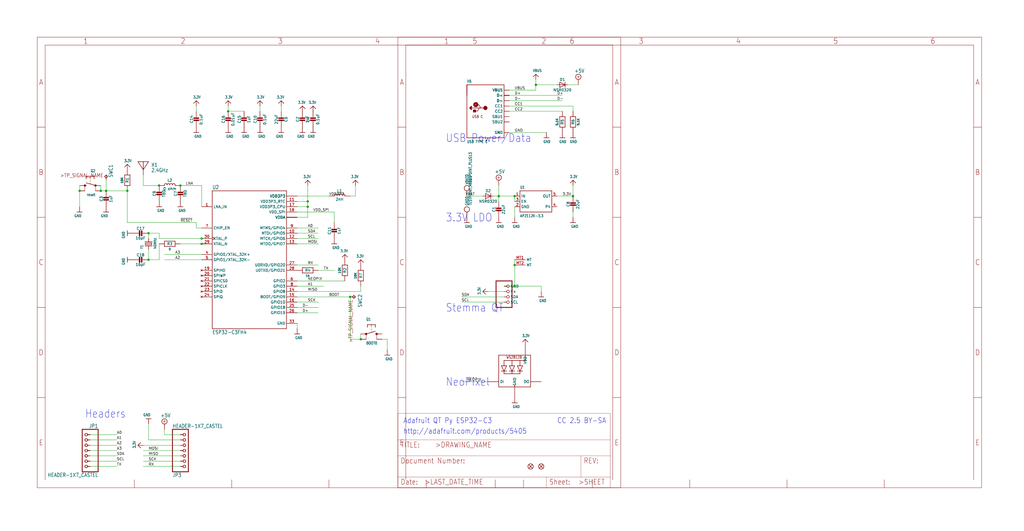
<source format=kicad_sch>
(kicad_sch (version 20211123) (generator eeschema)
  (paper "User" 490.22 254.406)
  (lib_symbols
    (symbol "eagleSchem-eagle-import:+5V" (power)
      (property "Value" "+5V" (at -1.905 3.175 0))
      (symbol "+5V_1_0"
        (pin power_in line (at 0 -2.54 90) (length 2.54) (name "+5V") (number "1"))
      )
    )
    (symbol "eagleSchem-eagle-import:3.3V" (power)
      (property "Value" "3.3V" (at -1.524 1.016 0))
      (symbol "3.3V_1_0"
        (pin power_in line (at 0 -2.54 90) (length 2.54) (name "3.3V") (number "1"))
      )
    )
    (symbol "eagleSchem-eagle-import:ANTENNA_JOHANSON_2450AT18B100"
      (property "Reference" "X" (at 3.81 1.27 0))
      (property "Value" "ANTENNA_JOHANSON_2450AT18B100" (at 3.81 -1.27 0))
      (symbol "ANTENNA_JOHANSON_2450AT18B100_1_0"
        (pin passive line (at 0 -2.54 90) (length 2.54) (name "P$1") (number "FP"))
      )
    )
    (symbol "eagleSchem-eagle-import:CAP_CERAMIC0805-NOOUTLINE"
      (property "Reference" "C" (at -2.29 1.25 90))
      (property "Value" "CAP_CERAMIC0805-NOOUTLINE" (at 2.3 1.25 90))
      (symbol "CAP_CERAMIC0805-NOOUTLINE_1_0"
        (pin passive line (at 0 5.08 270) (length 2.54) (name "1") (number "1"))
        (pin passive line (at 0 -2.54 90) (length 2.54) (name "2") (number "2"))
      )
    )
    (symbol "eagleSchem-eagle-import:CAP_CERAMIC_0402NO"
      (property "Reference" "C" (at -2.29 1.25 90))
      (property "Value" "CAP_CERAMIC_0402NO" (at 2.3 1.25 90))
      (symbol "CAP_CERAMIC_0402NO_1_0"
        (pin passive line (at 0 5.08 270) (length 2.54) (name "1") (number "1"))
        (pin passive line (at 0 -2.54 90) (length 2.54) (name "2") (number "2"))
      )
    )
    (symbol "eagleSchem-eagle-import:CRYSTAL_2X1.6MM"
      (property "Reference" "Y" (at -2.54 2.54 0))
      (property "Value" "CRYSTAL_2X1.6MM" (at -2.54 -3.81 0))
      (symbol "CRYSTAL_2X1.6MM_1_0"
        (pin passive line (at -2.54 0 0) (length 0) (name "1") (number "1"))
        (pin passive line (at 2.54 0 180) (length 0) (name "2") (number "3"))
      )
    )
    (symbol "eagleSchem-eagle-import:DIODE_SOD323MINI"
      (property "Reference" "D" (at 0 2.54 0))
      (property "Value" "DIODE_SOD323MINI" (at 0 -2.5 0))
      (symbol "DIODE_SOD323MINI_1_0"
        (pin passive line (at -2.54 0 0) (length 2.54) (name "A") (number "A"))
        (pin passive line (at 2.54 0 180) (length 2.54) (name "C") (number "C"))
      )
    )
    (symbol "eagleSchem-eagle-import:ESP32-C3FH4"
      (property "Reference" "U" (at -17.78 33.782 0))
      (property "Value" "ESP32-C3FH4" (at -17.78 -33.782 0))
      (symbol "ESP32-C3FH4_1_0"
        (pin bidirectional line (at -22.86 25.4 0) (length 5.08) (name "LNA_IN") (number "1"))
        (pin bidirectional line (at 22.86 12.7 180) (length 5.08) (name "MTDI/GPIO5") (number "10"))
        (pin power_in line (at 22.86 27.94 180) (length 5.08) (name "VDD3P3_RTC") (number "11"))
        (pin bidirectional line (at 22.86 10.16 180) (length 5.08) (name "MTCK/GPIO6") (number "12"))
        (pin bidirectional line (at 22.86 7.62 180) (length 5.08) (name "MTDO/GPIO7") (number "13"))
        (pin bidirectional line (at 22.86 -15.24 180) (length 5.08) (name "GPIO8") (number "14"))
        (pin bidirectional line (at 22.86 -17.78 180) (length 5.08) (name "BOOT/GPIO9") (number "15"))
        (pin bidirectional line (at 22.86 -20.32 180) (length 5.08) (name "GPIO10") (number "16"))
        (pin power_in line (at 22.86 25.4 180) (length 5.08) (name "VDD3P3_CPU") (number "17"))
        (pin power_in line (at 22.86 22.86 180) (length 5.08) (name "VDD_SPI") (number "18"))
        (pin no_connect line (at -22.86 -5.08 0) (length 5.08) (name "SPIHD") (number "19"))
        (pin power_in line (at 22.86 30.48 180) (length 5.08) (name "VDD3P3") (number "2"))
        (pin no_connect line (at -22.86 -7.62 0) (length 5.08) (name "SPIWP") (number "20"))
        (pin no_connect line (at -22.86 -10.16 0) (length 5.08) (name "SPICS0") (number "21"))
        (pin no_connect line (at -22.86 -12.7 0) (length 5.08) (name "SPICLK") (number "22"))
        (pin no_connect line (at -22.86 -15.24 0) (length 5.08) (name "SPID") (number "23"))
        (pin no_connect line (at -22.86 -17.78 0) (length 5.08) (name "SPIQ") (number "24"))
        (pin bidirectional line (at 22.86 -22.86 180) (length 5.08) (name "GPIO18") (number "25"))
        (pin bidirectional line (at 22.86 -25.4 180) (length 5.08) (name "GPIO19") (number "26"))
        (pin bidirectional line (at 22.86 -2.54 180) (length 5.08) (name "U0RXD/GPIO20") (number "27"))
        (pin bidirectional line (at 22.86 -5.08 180) (length 5.08) (name "U0TXD/GPIO21") (number "28"))
        (pin output line (at -22.86 7.62 0) (length 5.08) (name "XTAL_N") (number "29"))
        (pin power_in line (at 22.86 30.48 180) (length 5.08) (name "VDD3P3") (number "3"))
        (pin input clock (at -22.86 10.16 0) (length 5.08) (name "XTAL_P") (number "30"))
        (pin power_in line (at 22.86 20.32 180) (length 5.08) (name "VDDA") (number "31"))
        (pin power_in line (at 22.86 20.32 180) (length 5.08) (name "VDDA") (number "32"))
        (pin power_in line (at 22.86 -30.48 180) (length 5.08) (name "GND") (number "33"))
        (pin bidirectional line (at -22.86 2.54 0) (length 5.08) (name "GPIO0/XTAL_32K+") (number "4"))
        (pin bidirectional line (at -22.86 0 0) (length 5.08) (name "GPIO1/XTAL_32K-") (number "5"))
        (pin bidirectional line (at 22.86 -10.16 180) (length 5.08) (name "GPIO2") (number "6"))
        (pin input line (at -22.86 15.24 0) (length 5.08) (name "CHIP_EN") (number "7"))
        (pin bidirectional line (at 22.86 -12.7 180) (length 5.08) (name "GPIO3") (number "8"))
        (pin bidirectional line (at 22.86 15.24 180) (length 5.08) (name "MTMS/GPIO4") (number "9"))
      )
    )
    (symbol "eagleSchem-eagle-import:FIDUCIAL_1MM")
    (symbol "eagleSchem-eagle-import:FRAME_A_L"
      (symbol "FRAME_A_L_0_0"
        (text "1" (at 23.2833 213.995 0) (effects (font (size 2.54 2.286))))
        (text "2" (at 69.85 213.995 0) (effects (font (size 2.54 2.286))))
        (text "3" (at 116.4167 213.995 0) (effects (font (size 2.54 2.286))))
        (text "4" (at 162.9833 213.995 0) (effects (font (size 2.54 2.286))))
        (text "5" (at 209.55 213.995 0) (effects (font (size 2.54 2.286))))
        (text "6" (at 256.1167 213.995 0) (effects (font (size 2.54 2.286))))
        (text "A" (at 1.905 194.31 0) (effects (font (size 2.54 2.286))))
        (text "A" (at 277.495 194.31 0) (effects (font (size 2.54 2.286))))
        (text "B" (at 1.905 151.13 0) (effects (font (size 2.54 2.286))))
        (text "B" (at 277.495 151.13 0) (effects (font (size 2.54 2.286))))
        (text "C" (at 1.905 107.95 0) (effects (font (size 2.54 2.286))))
        (text "C" (at 277.495 107.95 0) (effects (font (size 2.54 2.286))))
        (text "D" (at 1.905 64.77 0) (effects (font (size 2.54 2.286))))
        (text "D" (at 277.495 64.77 0) (effects (font (size 2.54 2.286))))
        (text "E" (at 1.905 21.59 0) (effects (font (size 2.54 2.286))))
        (text "E" (at 277.495 21.59 0) (effects (font (size 2.54 2.286))))
      )
      (symbol "FRAME_A_L_2_0"
        (text ">DRAWING_NAME" (at 17.78 19.05 0) (effects (font (size 2.54 2.159)) (justify left bottom)))
        (text ">LAST_DATE_TIME" (at 12.7 1.27 0) (effects (font (size 2.54 2.159)) (justify left bottom)))
        (text ">SHEET" (at 86.36 1.27 0) (effects (font (size 2.54 2.159)) (justify left bottom)))
        (text "Date:" (at 1.27 1.27 0) (effects (font (size 2.54 2.159)) (justify left bottom)))
        (text "Document Number:" (at 1.27 11.43 0) (effects (font (size 2.54 2.159)) (justify left bottom)))
        (text "REV:" (at 88.9 11.43 0) (effects (font (size 2.54 2.159)) (justify left bottom)))
        (text "Sheet:" (at 72.39 1.27 0) (effects (font (size 2.54 2.159)) (justify left bottom)))
        (text "TITLE:" (at 1.27 19.05 0) (effects (font (size 2.54 2.159)) (justify left bottom)))
      )
    )
    (symbol "eagleSchem-eagle-import:GND" (power)
      (property "Value" "GND" (at -1.524 -2.54 0))
      (symbol "GND_1_0"
        (pin power_in line (at 0 2.54 270) (length 2.54) (name "GND") (number "1"))
      )
    )
    (symbol "eagleSchem-eagle-import:HEADER-1X7_CASTEL"
      (property "Reference" "JP" (at -6.35 10.795 0))
      (property "Value" "HEADER-1X7_CASTEL" (at -6.35 -12.7 0))
      (symbol "HEADER-1X7_CASTEL_1_0"
        (pin passive inverted (at -2.54 7.62 0) (length 2.54) (name "1") (number "1"))
        (pin passive inverted (at -2.54 7.62 0) (length 2.54) (name "1") (number "1C"))
        (pin passive inverted (at -2.54 5.08 0) (length 2.54) (name "2") (number "2"))
        (pin passive inverted (at -2.54 5.08 0) (length 2.54) (name "2") (number "2C"))
        (pin passive inverted (at -2.54 2.54 0) (length 2.54) (name "3") (number "3"))
        (pin passive inverted (at -2.54 2.54 0) (length 2.54) (name "3") (number "3C"))
        (pin passive inverted (at -2.54 0 0) (length 2.54) (name "4") (number "4"))
        (pin passive inverted (at -2.54 0 0) (length 2.54) (name "4") (number "4C"))
        (pin passive inverted (at -2.54 -2.54 0) (length 2.54) (name "5") (number "5"))
        (pin passive inverted (at -2.54 -2.54 0) (length 2.54) (name "5") (number "5C"))
        (pin passive inverted (at -2.54 -5.08 0) (length 2.54) (name "6") (number "6"))
        (pin passive inverted (at -2.54 -5.08 0) (length 2.54) (name "6") (number "6C"))
        (pin passive inverted (at -2.54 -7.62 0) (length 2.54) (name "7") (number "7"))
        (pin passive inverted (at -2.54 -7.62 0) (length 2.54) (name "7") (number "7C"))
      )
    )
    (symbol "eagleSchem-eagle-import:INDUCTOR_0402"
      (property "Reference" "L" (at 0 2.54 0))
      (property "Value" "INDUCTOR_0402" (at 0 -1.54 0))
      (symbol "INDUCTOR_0402_1_0"
        (pin passive line (at -5.08 0 0) (length 2.54) (name "1") (number "1"))
        (pin passive line (at 5.08 0 180) (length 2.54) (name "2") (number "2"))
      )
    )
    (symbol "eagleSchem-eagle-import:RESISTOR_0402NO"
      (property "Reference" "R" (at 0 2.54 0))
      (property "Value" "RESISTOR_0402NO" (at 0 0 0))
      (symbol "RESISTOR_0402NO_1_0"
        (pin passive line (at -5.08 0 0) (length 2.54) (name "1") (number "1"))
        (pin passive line (at 5.08 0 180) (length 2.54) (name "2") (number "2"))
      )
    )
    (symbol "eagleSchem-eagle-import:RESISTOR_TWO6MIL"
      (property "Reference" "R" (at 0 2.54 0))
      (property "Value" "RESISTOR_TWO6MIL" (at 0 0 0))
      (symbol "RESISTOR_TWO6MIL_1_0"
        (pin passive line (at -5.08 0 0) (length 2.54) (name "1") (number "1"))
        (pin passive line (at 5.08 0 180) (length 2.54) (name "2") (number "2"))
      )
    )
    (symbol "eagleSchem-eagle-import:STEMMA_I2C_QTSKINNY"
      (symbol "STEMMA_I2C_QTSKINNY_1_0"
        (pin passive inverted (at 0 5.08 0) (length 2.54) (name "GND") (number "1"))
        (pin passive inverted (at 0 2.54 0) (length 2.54) (name "V+") (number "2"))
        (pin passive inverted (at 0 0 0) (length 2.54) (name "SDA") (number "3"))
        (pin passive inverted (at 0 -2.54 0) (length 2.54) (name "SCL") (number "4"))
      )
      (symbol "STEMMA_I2C_QTSKINNY_2_0"
        (pin bidirectional line (at 0 0 0) (length 5.08) (name "MT") (number "MT1"))
      )
      (symbol "STEMMA_I2C_QTSKINNY_3_0"
        (pin bidirectional line (at 0 0 0) (length 5.08) (name "MT") (number "MT2"))
      )
    )
    (symbol "eagleSchem-eagle-import:SWITCH_TACT_SMT4.6X2.8"
      (property "Reference" "SW" (at -2.54 6.35 0))
      (property "Value" "SWITCH_TACT_SMT4.6X2.8" (at -2.54 -5.08 0))
      (symbol "SWITCH_TACT_SMT4.6X2.8_1_0"
        (pin passive line (at -5.08 0 0) (length 2.54) (name "P") (number "A"))
        (pin passive line (at -5.08 -2.54 0) (length 2.54) (name "P1") (number "A'"))
        (pin passive line (at 5.08 0 180) (length 2.54) (name "S") (number "B"))
        (pin passive line (at 5.08 -2.54 180) (length 2.54) (name "S1") (number "B'"))
      )
    )
    (symbol "eagleSchem-eagle-import:SWITCH_TACT_SMT_KMR2SLIM"
      (property "Reference" "SW" (at -2.54 6.35 0))
      (property "Value" "SWITCH_TACT_SMT_KMR2SLIM" (at -2.54 -5.08 0))
      (symbol "SWITCH_TACT_SMT_KMR2SLIM_1_0"
        (pin passive line (at -5.08 0 0) (length 2.54) (name "P") (number "A"))
        (pin passive line (at -5.08 -2.54 0) (length 2.54) (name "P1") (number "A'"))
        (pin passive line (at 5.08 0 180) (length 2.54) (name "S") (number "B"))
        (pin passive line (at 5.08 -2.54 180) (length 2.54) (name "S1") (number "B'"))
      )
    )
    (symbol "eagleSchem-eagle-import:TESTPOINT_MINUS"
      (property "Reference" "TP" (at 0 5.588 90))
      (property "Value" "TESTPOINT_MINUS" (at 1.651 5.588 90))
      (symbol "TESTPOINT_MINUS_1_0"
        (pin bidirectional line (at 0 0 90) (length 2.54) (name "P$1") (number "P$1"))
      )
    )
    (symbol "eagleSchem-eagle-import:TESTPOINT_PLUS13"
      (property "Reference" "TP" (at 0 5.588 90))
      (property "Value" "TESTPOINT_PLUS13" (at 1.651 5.588 90))
      (symbol "TESTPOINT_PLUS13_1_0"
        (pin bidirectional line (at 0 0 90) (length 2.54) (name "P$1") (number "P$1"))
      )
    )
    (symbol "eagleSchem-eagle-import:TPB1,27"
      (property "Reference" "TP" (at -1.27 1.27 0))
      (symbol "TPB1,27_1_0"
        (text ">TP_SIGNAL_NAME" (at 1.27 -1.27 0) (effects (font (size 1.778 1.5113)) (justify left bottom)))
        (pin input line (at 0 -2.54 90) (length 2.54) (name "TP") (number "TP"))
      )
    )
    (symbol "eagleSchem-eagle-import:USB_C"
      (property "Reference" "X" (at -10.16 13.716 0))
      (property "Value" "USB_C" (at -10.16 -15.24 0))
      (symbol "USB_C_1_0"
        (text "USB C" (at -5.08 -2.54 0) (effects (font (size 1.27 1.0795))))
        (pin power_in line (at 10.16 -10.16 180) (length 2.54) (name "GND") (number "A1B12"))
        (pin power_in line (at 10.16 10.16 180) (length 2.54) (name "VBUS") (number "A4B9"))
        (pin bidirectional line (at 10.16 2.54 180) (length 2.54) (name "CC1") (number "A5"))
        (pin bidirectional line (at 10.16 7.62 180) (length 2.54) (name "D+") (number "A6"))
        (pin bidirectional line (at 10.16 5.08 180) (length 2.54) (name "D-") (number "A7"))
        (pin bidirectional line (at 10.16 -2.54 180) (length 2.54) (name "SBU1") (number "A8"))
        (pin power_in line (at 10.16 -10.16 180) (length 2.54) (name "GND") (number "B1A12"))
        (pin power_in line (at 10.16 10.16 180) (length 2.54) (name "VBUS") (number "B4A9"))
        (pin bidirectional line (at 10.16 0 180) (length 2.54) (name "CC2") (number "B5"))
        (pin bidirectional line (at 10.16 7.62 180) (length 2.54) (name "D+") (number "B6"))
        (pin bidirectional line (at 10.16 5.08 180) (length 2.54) (name "D-") (number "B7"))
        (pin bidirectional line (at 10.16 -5.08 180) (length 2.54) (name "SBU2") (number "B8"))
      )
    )
    (symbol "eagleSchem-eagle-import:VBUS" (power)
      (property "Value" "VBUS" (at -1.524 1.016 0))
      (symbol "VBUS_1_0"
        (pin power_in line (at 0 -2.54 90) (length 2.54) (name "VBUS") (number "1"))
      )
    )
    (symbol "eagleSchem-eagle-import:VREG_SOT23-5"
      (property "Reference" "U" (at -7.62 6.096 0))
      (property "Value" "VREG_SOT23-5" (at -7.62 -7.62 0))
      (symbol "VREG_SOT23-5_1_0"
        (pin power_in line (at -10.16 2.54 0) (length 2.54) (name "IN") (number "1"))
        (pin power_in line (at -10.16 -2.54 0) (length 2.54) (name "GND") (number "2"))
        (pin input line (at -10.16 0 0) (length 2.54) (name "EN") (number "3"))
        (pin bidirectional line (at 10.16 -2.54 180) (length 2.54) (name "P4") (number "4"))
        (pin power_in line (at 10.16 2.54 180) (length 2.54) (name "OUT") (number "5"))
      )
    )
    (symbol "eagleSchem-eagle-import:WS2812B_SK6805_1515"
      (symbol "WS2812B_SK6805_1515_1_0"
        (text "WS2812B" (at -4.064 8.382 0) (effects (font (size 1.27 1.0795)) (justify left bottom)))
        (pin input line (at -12.7 -2.54 0) (length 5.08) (name "DI") (number "1"))
        (pin power_in line (at 5.08 15.24 270) (length 5.08) (name "VDD") (number "2"))
        (pin output line (at 12.7 -2.54 180) (length 5.08) (name "DO") (number "3"))
        (pin power_in line (at 0 -10.16 90) (length 5.08) (name "GND") (number "4"))
      )
    )
  )
  (junction (at 246.38 93.98))
  (junction (at 48.26 91.44))
  (junction (at 246.38 127))
  (junction (at 50.8 91.44))
  (junction (at 71.12 111.76))
  (junction (at 86.36 88.9))
  (junction (at 96.52 116.84))
  (junction (at 38.1 91.44))
  (junction (at 71.12 124.46))
  (junction (at 96.52 114.3))
  (junction (at 167.64 142.24))
  (junction (at 60.96 91.44))
  (junction (at 274.32 93.98))
  (junction (at 147.32 96.52))
  (junction (at 246.38 137.16))
  (junction (at 147.32 99.06))
  (junction (at 256.54 40.64))
  (junction (at 172.72 162.56))
  (junction (at 238.76 93.98))
  (junction (at 109.22 53.34))
  (junction (at 76.2 88.9))
  (wire (pts (xy 71.12 119.38) (xy 71.12 124.46)))
  (wire (pts (xy 43.18 223.52) (xy 55.88 223.52)))
  (wire (pts (xy 93.98 106.68) (xy 60.96 106.68)))
  (wire (pts (xy 185.42 167.64) (xy 185.42 162.56)))
  (wire (pts (xy 243.84 50.8) (xy 274.32 50.8)))
  (wire (pts (xy 43.18 215.9) (xy 55.88 215.9)))
  (wire (pts (xy 86.36 208.28) (xy 78.74 208.28)))
  (wire (pts (xy 60.96 106.68) (xy 60.96 91.44)))
  (wire (pts (xy 246.38 137.16) (xy 259.08 137.16)))
  (wire (pts (xy 241.3 144.78) (xy 220.98 144.78)))
  (wire (pts (xy 243.84 53.34) (xy 269.24 53.34)))
  (wire (pts (xy 266.7 93.98) (xy 274.32 93.98)))
  (wire (pts (xy 274.32 50.8) (xy 274.32 53.34)))
  (wire (pts (xy 93.98 106.68) (xy 93.98 109.22)))
  (wire (pts (xy 142.24 99.06) (xy 147.32 99.06)))
  (wire (pts (xy 142.24 116.84) (xy 152.4 116.84)))
  (wire (pts (xy 86.36 218.44) (xy 68.58 218.44)))
  (wire (pts (xy 48.26 91.44) (xy 48.26 88.9)))
  (wire (pts (xy 223.52 93.98) (xy 231.14 93.98)))
  (wire (pts (xy 142.24 96.52) (xy 147.32 96.52)))
  (wire (pts (xy 76.2 114.3) (xy 96.52 114.3)))
  (wire (pts (xy 109.22 53.34) (xy 116.84 53.34)))
  (wire (pts (xy 86.36 220.98) (xy 68.58 220.98)))
  (wire (pts (xy 233.68 182.88) (xy 220.98 182.88)))
  (wire (pts (xy 142.24 154.94) (xy 142.24 157.48)))
  (wire (pts (xy 152.4 129.54) (xy 160.02 129.54)))
  (wire (pts (xy 96.52 121.92) (xy 78.74 121.92)))
  (wire (pts (xy 50.8 91.44) (xy 60.96 91.44)))
  (wire (pts (xy 172.72 139.7) (xy 172.72 137.16)))
  (wire (pts (xy 256.54 38.1) (xy 256.54 40.64)))
  (wire (pts (xy 142.24 134.62) (xy 165.1 134.62)))
  (wire (pts (xy 142.24 127) (xy 152.4 127)))
  (wire (pts (xy 261.62 63.5) (xy 243.84 63.5)))
  (wire (pts (xy 86.36 210.82) (xy 71.12 210.82)))
  (wire (pts (xy 170.18 93.98) (xy 170.18 88.9)))
  (wire (pts (xy 157.48 93.98) (xy 142.24 93.98)))
  (wire (pts (xy 142.24 139.7) (xy 172.72 139.7)))
  (wire (pts (xy 48.26 91.44) (xy 50.8 91.44)))
  (wire (pts (xy 238.76 93.98) (xy 246.38 93.98)))
  (wire (pts (xy 142.24 149.86) (xy 152.4 149.86)))
  (wire (pts (xy 76.2 88.9) (xy 68.58 88.9)))
  (wire (pts (xy 160.02 101.6) (xy 160.02 106.68)))
  (wire (pts (xy 142.24 109.22) (xy 152.4 109.22)))
  (wire (pts (xy 256.54 43.18) (xy 243.84 43.18)))
  (wire (pts (xy 76.2 124.46) (xy 71.12 124.46)))
  (wire (pts (xy 96.52 116.84) (xy 86.36 116.84)))
  (wire (pts (xy 55.88 208.28) (xy 43.18 208.28)))
  (wire (pts (xy 55.88 213.36) (xy 43.18 213.36)))
  (wire (pts (xy 274.32 88.9) (xy 274.32 93.98)))
  (wire (pts (xy 241.3 142.24) (xy 220.98 142.24)))
  (wire (pts (xy 96.52 114.3) (xy 99.06 114.3)))
  (wire (pts (xy 147.32 96.52) (xy 147.32 88.9)))
  (wire (pts (xy 76.2 111.76) (xy 71.12 111.76)))
  (wire (pts (xy 246.38 96.52) (xy 246.38 93.98)))
  (wire (pts (xy 86.36 215.9) (xy 68.58 215.9)))
  (wire (pts (xy 246.38 124.46) (xy 246.38 127)))
  (wire (pts (xy 76.2 116.84) (xy 76.2 124.46)))
  (wire (pts (xy 86.36 213.36) (xy 68.58 213.36)))
  (wire (pts (xy 142.24 111.76) (xy 152.4 111.76)))
  (wire (pts (xy 246.38 127) (xy 246.38 137.16)))
  (wire (pts (xy 38.1 99.06) (xy 38.1 91.44)))
  (wire (pts (xy 182.88 162.56) (xy 185.42 162.56)))
  (wire (pts (xy 78.74 208.28) (xy 78.74 205.74)))
  (wire (pts (xy 109.22 50.8) (xy 109.22 53.34)))
  (wire (pts (xy 142.24 114.3) (xy 152.4 114.3)))
  (wire (pts (xy 71.12 210.82) (xy 71.12 203.2)))
  (wire (pts (xy 68.58 88.9) (xy 68.58 83.82)))
  (wire (pts (xy 142.24 137.16) (xy 154.94 137.16)))
  (wire (pts (xy 274.32 104.14) (xy 274.32 101.6)))
  (wire (pts (xy 142.24 104.14) (xy 147.32 104.14)))
  (wire (pts (xy 243.84 45.72) (xy 269.24 45.72)))
  (wire (pts (xy 134.62 53.34) (xy 134.62 50.8)))
  (wire (pts (xy 96.52 116.84) (xy 99.06 116.84)))
  (wire (pts (xy 259.08 137.16) (xy 259.08 139.7)))
  (wire (pts (xy 238.76 96.52) (xy 238.76 93.98)))
  (wire (pts (xy 142.24 147.32) (xy 152.4 147.32)))
  (wire (pts (xy 76.2 114.3) (xy 76.2 111.76)))
  (wire (pts (xy 246.38 99.06) (xy 246.38 104.14)))
  (wire (pts (xy 55.88 218.44) (xy 43.18 218.44)))
  (wire (pts (xy 38.1 88.9) (xy 38.1 91.44)))
  (wire (pts (xy 167.64 93.98) (xy 170.18 93.98)))
  (wire (pts (xy 147.32 99.06) (xy 147.32 96.52)))
  (wire (pts (xy 50.8 86.36) (xy 50.8 91.44)))
  (wire (pts (xy 86.36 223.52) (xy 68.58 223.52)))
  (wire (pts (xy 256.54 40.64) (xy 266.7 40.64)))
  (wire (pts (xy 142.24 144.78) (xy 152.4 144.78)))
  (wire (pts (xy 147.32 104.14) (xy 147.32 99.06)))
  (wire (pts (xy 142.24 142.24) (xy 167.64 142.24)))
  (wire (pts (xy 167.64 162.56) (xy 167.64 142.24)))
  (wire (pts (xy 43.18 210.82) (xy 55.88 210.82)))
  (wire (pts (xy 71.12 111.76) (xy 71.12 114.3)))
  (wire (pts (xy 256.54 40.64) (xy 256.54 43.18)))
  (wire (pts (xy 238.76 88.9) (xy 238.76 93.98)))
  (wire (pts (xy 124.46 50.8) (xy 124.46 53.34)))
  (wire (pts (xy 243.84 48.26) (xy 269.24 48.26)))
  (wire (pts (xy 236.22 93.98) (xy 238.76 93.98)))
  (wire (pts (xy 93.98 53.34) (xy 93.98 50.8)))
  (wire (pts (xy 172.72 162.56) (xy 167.64 162.56)))
  (wire (pts (xy 241.3 137.16) (xy 246.38 137.16)))
  (wire (pts (xy 96.52 88.9) (xy 96.52 99.06)))
  (wire (pts (xy 142.24 101.6) (xy 160.02 101.6)))
  (wire (pts (xy 93.98 109.22) (xy 96.52 109.22)))
  (wire (pts (xy 241.3 139.7) (xy 233.68 139.7)))
  (wire (pts (xy 78.74 124.46) (xy 96.52 124.46)))
  (wire (pts (xy 271.78 40.64) (xy 276.86 40.64)))
  (wire (pts (xy 172.72 160.02) (xy 172.72 162.56)))
  (wire (pts (xy 86.36 88.9) (xy 96.52 88.9)))
  (wire (pts (xy 43.18 220.98) (xy 55.88 220.98)))
  (text "http://adafruit.com/products/5405" (at 193.04 208.28 180) (effects (font (size 2.54 2.159)) (justify left bottom)))
  (text "NeoPixel" (at 213.36 185.42 180) (effects (font (size 3.81 3.2385)) (justify left bottom)))
  (text "USB Power/Data" (at 213.36 68.58 180) (effects (font (size 3.81 3.2385)) (justify left bottom)))
  (text "CC 2.5 BY-SA" (at 266.7 203.2 180) (effects (font (size 2.54 2.159)) (justify left bottom)))
  (text "Headers" (at 40.64 200.66 180) (effects (font (size 3.81 3.2385)) (justify left bottom)))
  (text "3.3V LDO" (at 213.36 106.68 180) (effects (font (size 3.81 3.2385)) (justify left bottom)))
  (text "Stemma QT" (at 213.36 149.86 180) (effects (font (size 3.81 3.2385)) (justify left bottom)))
  (text "Adafruit QT Py ESP32-C3" (at 193.04 203.2 180) (effects (font (size 2.54 2.159)) (justify left bottom)))
  (label "VDD3P3" (at 157.48 93.98 0) (effects (font (size 1.2446 1.2446))))
  (label "CC2" (at 246.38 53.34 0) (effects (font (size 1.2446 1.2446))))
  (label "A2" (at 55.88 213.36 0) (effects (font (size 1.2446 1.2446))))
  (label "TX" (at 55.88 223.52 0) (effects (font (size 1.2446 1.2446))))
  (label "SCL" (at 220.98 144.78 0) (effects (font (size 1.2446 1.2446))))
  (label "SCK" (at 147.32 144.78 0) (effects (font (size 1.2446 1.2446))))
  (label "MOSI" (at 147.32 116.84 0) (effects (font (size 1.2446 1.2446))))
  (label "3.3V" (at 269.24 93.98 0) (effects (font (size 1.2446 1.2446))))
  (label "MISO" (at 71.12 218.44 0) (effects (font (size 1.2446 1.2446))))
  (label "SCL" (at 147.32 114.3 0) (effects (font (size 1.2446 1.2446))))
  (label "A1" (at 147.32 137.16 0) (effects (font (size 1.2446 1.2446))))
  (label "SDA" (at 55.88 218.44 0) (effects (font (size 1.2446 1.2446))))
  (label "NEOPIX" (at 147.32 134.62 0) (effects (font (size 1.2446 1.2446))))
  (label "TX" (at 154.94 129.54 0) (effects (font (size 1.2446 1.2446))))
  (label "BOOT" (at 157.48 142.24 0) (effects (font (size 1.2446 1.2446))))
  (label "VBAT" (at 227.33 93.98 180) (effects (font (size 1.2446 1.2446))))
  (label "D-" (at 246.38 48.26 0) (effects (font (size 1.2446 1.2446))))
  (label "LNA" (at 88.9 88.9 0) (effects (font (size 1.2446 1.2446))))
  (label "SDA" (at 147.32 111.76 0) (effects (font (size 1.2446 1.2446))))
  (label "SCL" (at 55.88 220.98 0) (effects (font (size 1.2446 1.2446))))
  (label "CC1" (at 246.38 50.8 0) (effects (font (size 1.2446 1.2446))))
  (label "RX" (at 147.32 127 0) (effects (font (size 1.2446 1.2446))))
  (label "VBUS" (at 246.38 43.18 0) (effects (font (size 1.2446 1.2446))))
  (label "D-" (at 144.78 147.32 0) (effects (font (size 1.2446 1.2446))))
  (label "A2" (at 83.82 124.46 0) (effects (font (size 1.2446 1.2446))))
  (label "A0" (at 55.88 208.28 0) (effects (font (size 1.2446 1.2446))))
  (label "SDA" (at 220.98 142.24 0) (effects (font (size 1.2446 1.2446))))
  (label "D-" (at 266.7 48.26 0) (effects (font (size 1.2446 1.2446))))
  (label "~{RESET}" (at 86.36 106.68 0) (effects (font (size 1.2446 1.2446))))
  (label "D+" (at 144.78 149.86 0) (effects (font (size 1.2446 1.2446))))
  (label "A1" (at 55.88 210.82 0) (effects (font (size 1.2446 1.2446))))
  (label "GND" (at 246.38 63.5 0) (effects (font (size 1.2446 1.2446))))
  (label "D+" (at 266.7 45.72 0) (effects (font (size 1.2446 1.2446))))
  (label "RX" (at 71.12 223.52 0) (effects (font (size 1.2446 1.2446))))
  (label "A3" (at 83.82 121.92 0) (effects (font (size 1.2446 1.2446))))
  (label "MOSI" (at 71.12 215.9 0) (effects (font (size 1.2446 1.2446))))
  (label "VDD_SPI" (at 149.86 101.6 0) (effects (font (size 1.2446 1.2446))))
  (label "A3" (at 55.88 215.9 0) (effects (font (size 1.2446 1.2446))))
  (label "MISO" (at 147.32 139.7 0) (effects (font (size 1.2446 1.2446))))
  (label "D+" (at 246.38 45.72 0) (effects (font (size 1.2446 1.2446))))
  (label "SCK" (at 71.12 220.98 0) (effects (font (size 1.2446 1.2446))))
  (label "A0" (at 147.32 109.22 0) (effects (font (size 1.2446 1.2446))))
  (label "NEOPIX" (at 223.52 182.88 0) (effects (font (size 1.2446 1.2446))))
  (symbol (lib_id "eagleSchem-eagle-import:GND") (at 60.96 124.46 270) (mirror x) (unit 1)
    (property "Reference" "#GND25" (effects hide))
    (property "Value" "GND" (at 58.42 127 0) (effects (font (size 1.27 1.0795)) (justify left bottom)))
    (property "Footprint" "eagleSchem:" (effects hide))
  )
  (symbol (lib_id "eagleSchem-eagle-import:GND") (at 38.1 101.6 0) (unit 1)
    (property "Reference" "#GND14" (effects hide))
    (property "Value" "GND" (at 35.56 104.14 0) (effects (font (size 1.27 1.0795)) (justify left bottom)))
    (property "Footprint" "eagleSchem:" (effects hide))
  )
  (symbol (lib_id "eagleSchem-eagle-import:GND") (at 261.62 66.04 0) (unit 1)
    (property "Reference" "#U$1" (effects hide))
    (property "Value" "GND" (at 260.096 68.58 0) (effects (font (size 1.27 1.0795)) (justify left bottom)))
    (property "Footprint" "eagleSchem:" (effects hide))
  )
  (symbol (lib_id "eagleSchem-eagle-import:DIODE_SOD323MINI") (at 269.24 40.64 0) (unit 1)
    (property "Reference" "D1" (at 269.24 38.1 0))
    (property "Value" "  NSR0320" (at 269.24 43.14 0))
    (property "Footprint" "eagleSchem:SOD-323_MINI" (effects hide))
  )
  (symbol (lib_id "eagleSchem-eagle-import:GND") (at 246.38 193.04 0) (mirror y) (unit 1)
    (property "Reference" "#GND6" (effects hide))
    (property "Value" "GND" (at 248.92 195.58 0) (effects (font (size 1.27 1.0795)) (justify left bottom)))
    (property "Footprint" "eagleSchem:" (effects hide))
  )
  (symbol (lib_id "eagleSchem-eagle-import:GND") (at 160.02 116.84 0) (mirror y) (unit 1)
    (property "Reference" "#GND19" (effects hide))
    (property "Value" "GND" (at 162.56 119.38 0) (effects (font (size 1.27 1.0795)) (justify left bottom)))
    (property "Footprint" "eagleSchem:" (effects hide))
  )
  (symbol (lib_id "eagleSchem-eagle-import:3.3V") (at 172.72 124.46 0) (mirror y) (unit 1)
    (property "Reference" "#U$22" (effects hide))
    (property "Value" "3.3V" (at 174.244 123.444 0) (effects (font (size 1.27 1.0795)) (justify left bottom)))
    (property "Footprint" "eagleSchem:" (effects hide))
  )
  (symbol (lib_id "eagleSchem-eagle-import:INDUCTOR_0402") (at 81.28 88.9 0) (unit 1)
    (property "Reference" "L2" (at 81.28 86.36 0))
    (property "Value" "0 ohm" (at 81.28 90.44 0))
    (property "Footprint" "eagleSchem:_0402" (effects hide))
  )
  (symbol (lib_id "eagleSchem-eagle-import:GND") (at 144.78 63.5 0) (unit 1)
    (property "Reference" "#GND5" (effects hide))
    (property "Value" "GND" (at 142.24 66.04 0) (effects (font (size 1.27 1.0795)) (justify left bottom)))
    (property "Footprint" "eagleSchem:" (effects hide))
  )
  (symbol (lib_id "eagleSchem-eagle-import:GND") (at 71.12 200.66 0) (mirror x) (unit 1)
    (property "Reference" "#GND2" (effects hide))
    (property "Value" "GND" (at 68.58 198.12 0) (effects (font (size 1.27 1.0795)) (justify left bottom)))
    (property "Footprint" "eagleSchem:" (effects hide))
  )
  (symbol (lib_id "eagleSchem-eagle-import:3.3V") (at 147.32 86.36 0) (mirror y) (unit 1)
    (property "Reference" "#U$7" (effects hide))
    (property "Value" "3.3V" (at 148.844 85.344 0) (effects (font (size 1.27 1.0795)) (justify left bottom)))
    (property "Footprint" "eagleSchem:" (effects hide))
  )
  (symbol (lib_id "eagleSchem-eagle-import:GND") (at 238.76 106.68 0) (mirror y) (unit 1)
    (property "Reference" "#GND3" (effects hide))
    (property "Value" "GND" (at 241.3 109.22 0) (effects (font (size 1.27 1.0795)) (justify left bottom)))
    (property "Footprint" "eagleSchem:" (effects hide))
  )
  (symbol (lib_id "eagleSchem-eagle-import:3.3V") (at 93.98 48.26 0) (unit 1)
    (property "Reference" "#U$23" (effects hide))
    (property "Value" "3.3V" (at 92.456 47.244 0) (effects (font (size 1.27 1.0795)) (justify left bottom)))
    (property "Footprint" "eagleSchem:" (effects hide))
  )
  (symbol (lib_id "eagleSchem-eagle-import:RESISTOR_0402NO") (at 81.28 116.84 0) (unit 1)
    (property "Reference" "R3" (at 81.28 116.84 0))
    (property "Value" "0" (at 81.28 119.38 0) (effects (font (size 1.016 1.016) bold)))
    (property "Footprint" "eagleSchem:_0402NO" (effects hide))
  )
  (symbol (lib_id "eagleSchem-eagle-import:USB_C") (at 233.68 53.34 0) (unit 1)
    (property "Reference" "X6" (at 223.52 39.624 0) (effects (font (size 1.27 1.0795)) (justify left bottom)))
    (property "Value" "USB TYPE C" (at 223.52 68.58 0) (effects (font (size 1.27 1.0795)) (justify left bottom)))
    (property "Footprint" "eagleSchem:USB_C_CUSB31-CFM2AX-01-X" (effects hide))
  )
  (symbol (lib_id "eagleSchem-eagle-import:CRYSTAL_2X1.6MM") (at 71.12 116.84 90) (unit 1)
    (property "Reference" "Y1" (at 68.58 119.38 0) (effects (font (size 1.27 1.0795)) (justify left bottom)))
    (property "Value" "40MHz" (at 74.93 119.38 0) (effects (font (size 1.27 1.0795)) (justify left bottom)))
    (property "Footprint" "eagleSchem:CRYSTAL_2X1.6" (effects hide))
  )
  (symbol (lib_id "eagleSchem-eagle-import:CAP_CERAMIC0805-NOOUTLINE") (at 238.76 101.6 0) (unit 1)
    (property "Reference" "C1" (at 236.47 100.35 90))
    (property "Value" "22uF" (at 241.06 100.35 90))
    (property "Footprint" "eagleSchem:0805-NO" (effects hide))
  )
  (symbol (lib_id "eagleSchem-eagle-import:3.3V") (at 165.1 121.92 0) (mirror y) (unit 1)
    (property "Reference" "#U$15" (effects hide))
    (property "Value" "3.3V" (at 166.624 120.904 0) (effects (font (size 1.27 1.0795)) (justify left bottom)))
    (property "Footprint" "eagleSchem:" (effects hide))
  )
  (symbol (lib_id "eagleSchem-eagle-import:STEMMA_I2C_QTSKINNY") (at 246.38 124.46 0) (unit 2)
    (property "Reference" "CONN1" (effects hide))
    (property "Value" "STEMMA_I2C_QTSKINNY" (effects hide))
    (property "Footprint" "eagleSchem:JST_SH4_SKINNY" (effects hide))
  )
  (symbol (lib_id "eagleSchem-eagle-import:RESISTOR_0402NO") (at 147.32 129.54 0) (unit 1)
    (property "Reference" "R4" (at 147.32 129.54 0))
    (property "Value" "1k" (at 147.32 132.08 0) (effects (font (size 1.016 1.016) bold)))
    (property "Footprint" "eagleSchem:_0402NO" (effects hide))
  )
  (symbol (lib_id "eagleSchem-eagle-import:ANTENNA_JOHANSON_2450AT18B100") (at 68.58 81.28 0) (unit 1)
    (property "Reference" "X1" (at 72.39 80.01 0) (effects (font (size 1.778 1.5113)) (justify left bottom)))
    (property "Value" "2.4GHz" (at 72.39 82.55 0) (effects (font (size 1.778 1.5113)) (justify left bottom)))
    (property "Footprint" "eagleSchem:ANT_2450AT18B100" (effects hide))
  )
  (symbol (lib_id "eagleSchem-eagle-import:GND") (at 185.42 170.18 0) (mirror y) (unit 1)
    (property "Reference" "#GND7" (effects hide))
    (property "Value" "GND" (at 187.96 172.72 0) (effects (font (size 1.27 1.0795)) (justify left bottom)))
    (property "Footprint" "eagleSchem:" (effects hide))
  )
  (symbol (lib_id "eagleSchem-eagle-import:GND") (at 149.86 63.5 0) (unit 1)
    (property "Reference" "#GND11" (effects hide))
    (property "Value" "GND" (at 147.32 66.04 0) (effects (font (size 1.27 1.0795)) (justify left bottom)))
    (property "Footprint" "eagleSchem:" (effects hide))
  )
  (symbol (lib_id "eagleSchem-eagle-import:FRAME_A_L") (at 190.5 233.68 0) (unit 2)
    (property "Reference" "#FRAME1" (effects hide))
    (property "Value" "FRAME_A_L" (effects hide))
    (property "Footprint" "eagleSchem:" (effects hide))
  )
  (symbol (lib_id "eagleSchem-eagle-import:CAP_CERAMIC_0402NO") (at 86.36 93.98 0) (unit 1)
    (property "Reference" "C7" (at 84.07 92.73 90))
    (property "Value" "TBD" (at 88.66 92.73 90))
    (property "Footprint" "eagleSchem:_0402NO" (effects hide))
  )
  (symbol (lib_id "eagleSchem-eagle-import:3.3V") (at 66.04 213.36 90) (unit 1)
    (property "Reference" "#U$10" (effects hide))
    (property "Value" "3.3V" (at 65.024 214.884 0) (effects (font (size 1.27 1.0795)) (justify left bottom)))
    (property "Footprint" "eagleSchem:" (effects hide))
  )
  (symbol (lib_id "eagleSchem-eagle-import:+5V") (at 78.74 203.2 0) (unit 1)
    (property "Reference" "#SUPPLY3" (effects hide))
    (property "Value" "+5V" (at 76.835 200.025 0) (effects (font (size 1.778 1.5113)) (justify left bottom)))
    (property "Footprint" "eagleSchem:" (effects hide))
  )
  (symbol (lib_id "eagleSchem-eagle-import:RESISTOR_0402NO") (at 269.24 58.42 90) (unit 1)
    (property "Reference" "R5" (at 269.24 58.42 0))
    (property "Value" "5.1K" (at 266.7 58.42 0) (effects (font (size 1.016 1.016) bold)))
    (property "Footprint" "eagleSchem:_0402NO" (effects hide))
  )
  (symbol (lib_id "eagleSchem-eagle-import:GND") (at 60.96 111.76 270) (mirror x) (unit 1)
    (property "Reference" "#GND26" (effects hide))
    (property "Value" "GND" (at 58.42 114.3 0) (effects (font (size 1.27 1.0795)) (justify left bottom)))
    (property "Footprint" "eagleSchem:" (effects hide))
  )
  (symbol (lib_id "eagleSchem-eagle-import:GND") (at 269.24 66.04 0) (unit 1)
    (property "Reference" "#U$9" (effects hide))
    (property "Value" "GND" (at 267.716 68.58 0) (effects (font (size 1.27 1.0795)) (justify left bottom)))
    (property "Footprint" "eagleSchem:" (effects hide))
  )
  (symbol (lib_id "eagleSchem-eagle-import:3.3V") (at 231.14 139.7 90) (unit 1)
    (property "Reference" "#U$2" (effects hide))
    (property "Value" "3.3V" (at 230.124 141.224 0) (effects (font (size 1.27 1.0795)) (justify left bottom)))
    (property "Footprint" "eagleSchem:" (effects hide))
  )
  (symbol (lib_id "eagleSchem-eagle-import:GND") (at 76.2 99.06 0) (mirror y) (unit 1)
    (property "Reference" "#GND15" (effects hide))
    (property "Value" "GND" (at 78.74 101.6 0) (effects (font (size 1.27 1.0795)) (justify left bottom)))
    (property "Footprint" "eagleSchem:" (effects hide))
  )
  (symbol (lib_id "eagleSchem-eagle-import:VREG_SOT23-5") (at 256.54 96.52 0) (unit 1)
    (property "Reference" "U1" (at 248.92 90.424 0) (effects (font (size 1.27 1.0795)) (justify left bottom)))
    (property "Value" "AP2112K-3.3" (at 248.92 104.14 0) (effects (font (size 1.27 1.0795)) (justify left bottom)))
    (property "Footprint" "eagleSchem:SOT23-5" (effects hide))
  )
  (symbol (lib_id "eagleSchem-eagle-import:CAP_CERAMIC_0402NO") (at 109.22 58.42 0) (unit 1)
    (property "Reference" "C16" (at 106.93 57.17 90))
    (property "Value" "0.01uF" (at 111.52 57.17 90))
    (property "Footprint" "eagleSchem:_0402NO" (effects hide))
  )
  (symbol (lib_id "eagleSchem-eagle-import:GND") (at 124.46 63.5 0) (mirror y) (unit 1)
    (property "Reference" "#GND17" (effects hide))
    (property "Value" "GND" (at 127 66.04 0) (effects (font (size 1.27 1.0795)) (justify left bottom)))
    (property "Footprint" "eagleSchem:" (effects hide))
  )
  (symbol (lib_id "eagleSchem-eagle-import:3.3V") (at 144.78 50.8 0) (mirror y) (unit 1)
    (property "Reference" "#U$11" (effects hide))
    (property "Value" "3.3V" (at 146.304 49.784 0) (effects (font (size 1.27 1.0795)) (justify left bottom)))
    (property "Footprint" "eagleSchem:" (effects hide))
  )
  (symbol (lib_id "eagleSchem-eagle-import:GND") (at 246.38 106.68 0) (mirror y) (unit 1)
    (property "Reference" "#GND1" (effects hide))
    (property "Value" "GND" (at 248.92 109.22 0) (effects (font (size 1.27 1.0795)) (justify left bottom)))
    (property "Footprint" "eagleSchem:" (effects hide))
  )
  (symbol (lib_id "eagleSchem-eagle-import:CAP_CERAMIC_0402NO") (at 124.46 58.42 0) (unit 1)
    (property "Reference" "C10" (at 122.17 57.17 90))
    (property "Value" "0.1uF" (at 126.76 57.17 90))
    (property "Footprint" "eagleSchem:_0402NO" (effects hide))
  )
  (symbol (lib_id "eagleSchem-eagle-import:3.3V") (at 109.22 48.26 0) (unit 1)
    (property "Reference" "#U$24" (effects hide))
    (property "Value" "3.3V" (at 107.696 47.244 0) (effects (font (size 1.27 1.0795)) (justify left bottom)))
    (property "Footprint" "eagleSchem:" (effects hide))
  )
  (symbol (lib_id "eagleSchem-eagle-import:RESISTOR_TWO6MIL") (at 172.72 132.08 270) (unit 1)
    (property "Reference" "R7" (at 172.72 132.08 0))
    (property "Value" "10K" (at 170.18 132.08 0) (effects (font (size 1.016 1.016) bold)))
    (property "Footprint" "eagleSchem:_0603MP_TWO6MIL" (effects hide))
  )
  (symbol (lib_id "eagleSchem-eagle-import:3.3V") (at 134.62 48.26 0) (mirror y) (unit 1)
    (property "Reference" "#U$17" (effects hide))
    (property "Value" "3.3V" (at 136.144 47.244 0) (effects (font (size 1.27 1.0795)) (justify left bottom)))
    (property "Footprint" "eagleSchem:" (effects hide))
  )
  (symbol (lib_id "eagleSchem-eagle-import:GND") (at 142.24 160.02 0) (mirror y) (unit 1)
    (property "Reference" "#GND9" (effects hide))
    (property "Value" "GND" (at 144.78 162.56 0) (effects (font (size 1.27 1.0795)) (justify left bottom)))
    (property "Footprint" "eagleSchem:" (effects hide))
  )
  (symbol (lib_id "eagleSchem-eagle-import:FIDUCIAL_1MM") (at 254 223.52 0) (unit 1)
    (property "Reference" "U$8" (effects hide))
    (property "Value" "FIDUCIAL_1MM" (effects hide))
    (property "Footprint" "eagleSchem:FIDUCIAL_1MM" (effects hide))
  )
  (symbol (lib_id "eagleSchem-eagle-import:GND") (at 116.84 63.5 0) (mirror y) (unit 1)
    (property "Reference" "#GND24" (effects hide))
    (property "Value" "GND" (at 119.38 66.04 0) (effects (font (size 1.27 1.0795)) (justify left bottom)))
    (property "Footprint" "eagleSchem:" (effects hide))
  )
  (symbol (lib_id "eagleSchem-eagle-import:RESISTOR_0402NO") (at 165.1 129.54 270) (unit 1)
    (property "Reference" "R2" (at 165.1 129.54 0))
    (property "Value" "10K" (at 162.56 129.54 0) (effects (font (size 1.016 1.016) bold)))
    (property "Footprint" "eagleSchem:_0402NO" (effects hide))
  )
  (symbol (lib_id "eagleSchem-eagle-import:CAP_CERAMIC_0402NO") (at 149.86 58.42 0) (unit 1)
    (property "Reference" "C4" (at 147.57 57.17 90))
    (property "Value" "0.1uF" (at 152.16 57.17 90))
    (property "Footprint" "eagleSchem:_0402NO" (effects hide))
  )
  (symbol (lib_id "eagleSchem-eagle-import:STEMMA_I2C_QTSKINNY") (at 241.3 142.24 0) (unit 1)
    (property "Reference" "CONN1" (effects hide))
    (property "Value" "STEMMA_I2C_QTSKINNY" (effects hide))
    (property "Footprint" "eagleSchem:JST_SH4_SKINNY" (effects hide))
  )
  (symbol (lib_id "eagleSchem-eagle-import:CAP_CERAMIC_0402NO") (at 76.2 93.98 0) (unit 1)
    (property "Reference" "C9" (at 73.91 92.73 90))
    (property "Value" "TBD" (at 78.5 92.73 90))
    (property "Footprint" "eagleSchem:_0402NO" (effects hide))
  )
  (symbol (lib_id "eagleSchem-eagle-import:CAP_CERAMIC_0402NO") (at 93.98 58.42 0) (unit 1)
    (property "Reference" "C14" (at 91.69 57.17 90))
    (property "Value" "0.1uF" (at 96.28 57.17 90))
    (property "Footprint" "eagleSchem:_0402NO" (effects hide))
  )
  (symbol (lib_id "eagleSchem-eagle-import:TESTPOINT_PLUS13") (at 223.52 93.98 0) (unit 1)
    (property "Reference" "VBAT0" (at 223.52 88.392 90) (effects (font (size 1.27 1.0795)) (justify left)))
    (property "Value" "TESTPOINT_PLUS13" (at 225.171 88.392 90) (effects (font (size 1.27 1.0795)) (justify left)))
    (property "Footprint" "eagleSchem:TESTPOINT_PLUS_1X3MM" (effects hide))
  )
  (symbol (lib_id "eagleSchem-eagle-import:RESISTOR_0402NO") (at 274.32 58.42 90) (unit 1)
    (property "Reference" "R6" (at 274.32 58.42 0))
    (property "Value" "5.1K" (at 276.86 58.42 0) (effects (font (size 1.016 1.016) bold)))
    (property "Footprint" "eagleSchem:_0402NO" (effects hide))
  )
  (symbol (lib_id "eagleSchem-eagle-import:TPB1,27") (at 50.8 83.82 0) (mirror y) (unit 1)
    (property "Reference" "SWC1" (at 52.07 85.09 90) (effects (font (size 1.778 1.5113)) (justify left bottom)))
    (property "Value" "TPB1,27" (effects hide))
    (property "Footprint" "eagleSchem:B1,27" (effects hide))
  )
  (symbol (lib_id "eagleSchem-eagle-import:FIDUCIAL_1MM") (at 259.08 223.52 0) (unit 1)
    (property "Reference" "U$6" (effects hide))
    (property "Value" "FIDUCIAL_1MM" (effects hide))
    (property "Footprint" "eagleSchem:FIDUCIAL_1MM" (effects hide))
  )
  (symbol (lib_id "eagleSchem-eagle-import:GND") (at 274.32 66.04 0) (unit 1)
    (property "Reference" "#U$14" (effects hide))
    (property "Value" "GND" (at 272.796 68.58 0) (effects (font (size 1.27 1.0795)) (justify left bottom)))
    (property "Footprint" "eagleSchem:" (effects hide))
  )
  (symbol (lib_id "eagleSchem-eagle-import:TPB1,27") (at 170.18 142.24 270) (unit 1)
    (property "Reference" "SWC2" (at 171.45 140.97 0) (effects (font (size 1.778 1.5113)) (justify left bottom)))
    (property "Value" "TPB1,27" (effects hide))
    (property "Footprint" "eagleSchem:B1,27" (effects hide))
  )
  (symbol (lib_id "eagleSchem-eagle-import:TESTPOINT_MINUS") (at 223.52 104.14 0) (unit 1)
    (property "Reference" "GND0" (at 223.52 98.552 90) (effects (font (size 1.27 1.0795)) (justify left)))
    (property "Value" "TESTPOINT_MINUS" (at 225.171 98.552 90) (effects (font (size 1.27 1.0795)) (justify left)))
    (property "Footprint" "eagleSchem:TESTPOINT_MINUS_1X3MM" (effects hide))
  )
  (symbol (lib_id "eagleSchem-eagle-import:GND") (at 50.8 101.6 0) (unit 1)
    (property "Reference" "#GND4" (effects hide))
    (property "Value" "GND" (at 48.26 104.14 0) (effects (font (size 1.27 1.0795)) (justify left bottom)))
    (property "Footprint" "eagleSchem:" (effects hide))
  )
  (symbol (lib_id "eagleSchem-eagle-import:RESISTOR_0402NO") (at 60.96 86.36 270) (unit 1)
    (property "Reference" "R1" (at 60.96 86.36 0))
    (property "Value" "10K" (at 58.42 86.36 0) (effects (font (size 1.016 1.016) bold)))
    (property "Footprint" "eagleSchem:_0402NO" (effects hide))
  )
  (symbol (lib_id "eagleSchem-eagle-import:CAP_CERAMIC0805-NOOUTLINE") (at 134.62 58.42 0) (mirror y) (unit 1)
    (property "Reference" "C6" (at 136.91 57.17 90))
    (property "Value" "22uF" (at 132.32 57.17 90))
    (property "Footprint" "eagleSchem:0805-NO" (effects hide))
  )
  (symbol (lib_id "eagleSchem-eagle-import:CAP_CERAMIC_0402NO") (at 66.04 124.46 270) (unit 1)
    (property "Reference" "C18" (at 67.29 122.17 90))
    (property "Value" "16pF" (at 67.29 126.76 90))
    (property "Footprint" "eagleSchem:_0402NO" (effects hide))
  )
  (symbol (lib_id "eagleSchem-eagle-import:GND") (at 223.52 106.68 0) (mirror y) (unit 1)
    (property "Reference" "#GND27" (effects hide))
    (property "Value" "GND" (at 226.06 109.22 0) (effects (font (size 1.27 1.0795)) (justify left bottom)))
    (property "Footprint" "eagleSchem:" (effects hide))
  )
  (symbol (lib_id "eagleSchem-eagle-import:HEADER-1X7_CASTEL") (at 40.64 215.9 0) (mirror y) (unit 1)
    (property "Reference" "JP1" (at 46.99 205.105 0) (effects (font (size 1.778 1.5113)) (justify left bottom)))
    (property "Value" "HEADER-1X7_CASTEL" (at 46.99 228.6 0) (effects (font (size 1.778 1.5113)) (justify left bottom)))
    (property "Footprint" "eagleSchem:1X07_CASTEL" (effects hide))
  )
  (symbol (lib_id "eagleSchem-eagle-import:3.3V") (at 274.32 86.36 0) (unit 1)
    (property "Reference" "#U$16" (effects hide))
    (property "Value" "3.3V" (at 272.796 85.344 0) (effects (font (size 1.27 1.0795)) (justify left bottom)))
    (property "Footprint" "eagleSchem:" (effects hide))
  )
  (symbol (lib_id "eagleSchem-eagle-import:3.3V") (at 60.96 78.74 0) (unit 1)
    (property "Reference" "#U$4" (effects hide))
    (property "Value" "3.3V" (at 59.436 77.724 0) (effects (font (size 1.27 1.0795)) (justify left bottom)))
    (property "Footprint" "eagleSchem:" (effects hide))
  )
  (symbol (lib_id "eagleSchem-eagle-import:CAP_CERAMIC_0402NO") (at 50.8 96.52 0) (unit 1)
    (property "Reference" "C3" (at 48.51 95.27 90))
    (property "Value" "1uF" (at 53.1 95.27 90))
    (property "Footprint" "eagleSchem:_0402NO" (effects hide))
  )
  (symbol (lib_id "eagleSchem-eagle-import:DIODE_SOD323MINI") (at 233.68 93.98 0) (unit 1)
    (property "Reference" "D2" (at 233.68 91.44 0))
    (property "Value" "  NSR0320" (at 233.68 96.48 0))
    (property "Footprint" "eagleSchem:SOD-323_MINI" (effects hide))
  )
  (symbol (lib_id "eagleSchem-eagle-import:CAP_CERAMIC_0402NO") (at 66.04 111.76 270) (unit 1)
    (property "Reference" "C17" (at 67.29 109.47 90))
    (property "Value" "16pF" (at 67.29 114.06 90))
    (property "Footprint" "eagleSchem:_0402NO" (effects hide))
  )
  (symbol (lib_id "eagleSchem-eagle-import:3.3V") (at 251.46 162.56 0) (unit 1)
    (property "Reference" "#U$13" (effects hide))
    (property "Value" "3.3V" (at 249.936 161.544 0) (effects (font (size 1.27 1.0795)) (justify left bottom)))
    (property "Footprint" "eagleSchem:" (effects hide))
  )
  (symbol (lib_id "eagleSchem-eagle-import:+5V") (at 276.86 38.1 0) (unit 1)
    (property "Reference" "#SUPPLY2" (effects hide))
    (property "Value" "+5V" (at 274.955 34.925 0) (effects (font (size 1.778 1.5113)) (justify left bottom)))
    (property "Footprint" "eagleSchem:" (effects hide))
  )
  (symbol (lib_id "eagleSchem-eagle-import:+5V") (at 238.76 86.36 0) (unit 1)
    (property "Reference" "#SUPPLY1" (effects hide))
    (property "Value" "+5V" (at 236.855 83.185 0) (effects (font (size 1.778 1.5113)) (justify left bottom)))
    (property "Footprint" "eagleSchem:" (effects hide))
  )
  (symbol (lib_id "eagleSchem-eagle-import:GND") (at 109.22 63.5 0) (mirror y) (unit 1)
    (property "Reference" "#GND23" (effects hide))
    (property "Value" "GND" (at 111.76 66.04 0) (effects (font (size 1.27 1.0795)) (justify left bottom)))
    (property "Footprint" "eagleSchem:" (effects hide))
  )
  (symbol (lib_id "eagleSchem-eagle-import:WS2812B_SK6805_1515") (at 246.38 180.34 0) (unit 1)
    (property "Reference" "LED1" (effects hide))
    (property "Value" "WS2812B_SK6805_1515" (effects hide))
    (property "Footprint" "eagleSchem:SK6805_1515" (effects hide))
  )
  (symbol (lib_id "eagleSchem-eagle-import:CAP_CERAMIC_0402NO") (at 144.78 58.42 0) (unit 1)
    (property "Reference" "C2" (at 142.49 57.17 90))
    (property "Value" "1uF" (at 147.08 57.17 90))
    (property "Footprint" "eagleSchem:_0402NO" (effects hide))
  )
  (symbol (lib_id "eagleSchem-eagle-import:ESP32-C3FH4") (at 119.38 124.46 0) (unit 1)
    (property "Reference" "U2" (at 101.6 90.678 0) (effects (font (size 1.778 1.5113)) (justify left bottom)))
    (property "Value" "ESP32-C3FH4" (at 101.6 158.242 0) (effects (font (size 1.778 1.5113)) (justify left top)))
    (property "Footprint" "eagleSchem:QFN32_5MM" (effects hide))
  )
  (symbol (lib_id "eagleSchem-eagle-import:SWITCH_TACT_SMT4.6X2.8") (at 177.8 160.02 0) (unit 1)
    (property "Reference" "Q1" (at 175.26 153.67 0) (effects (font (size 1.27 1.0795)) (justify left bottom)))
    (property "Value" "BOOT0" (at 175.26 165.1 0) (effects (font (size 1.27 1.0795)) (justify left bottom)))
    (property "Footprint" "eagleSchem:BTN_KMR2_4.6X2.8" (effects hide))
  )
  (symbol (lib_id "eagleSchem-eagle-import:STEMMA_I2C_QTSKINNY") (at 246.38 127 0) (unit 3)
    (property "Reference" "CONN1" (effects hide))
    (property "Value" "STEMMA_I2C_QTSKINNY" (effects hide))
    (property "Footprint" "eagleSchem:JST_SH4_SKINNY" (effects hide))
  )
  (symbol (lib_id "eagleSchem-eagle-import:GND") (at 134.62 63.5 0) (unit 1)
    (property "Reference" "#GND10" (effects hide))
    (property "Value" "GND" (at 132.08 66.04 0) (effects (font (size 1.27 1.0795)) (justify left bottom)))
    (property "Footprint" "eagleSchem:" (effects hide))
  )
  (symbol (lib_id "eagleSchem-eagle-import:3.3V") (at 149.86 50.8 0) (mirror y) (unit 1)
    (property "Reference" "#U$21" (effects hide))
    (property "Value" "3.3V" (at 151.384 49.784 0) (effects (font (size 1.27 1.0795)) (justify left bottom)))
    (property "Footprint" "eagleSchem:" (effects hide))
  )
  (symbol (lib_id "eagleSchem-eagle-import:3.3V") (at 170.18 86.36 0) (mirror y) (unit 1)
    (property "Reference" "#U$19" (effects hide))
    (property "Value" "3.3V" (at 171.704 85.344 0) (effects (font (size 1.27 1.0795)) (justify left bottom)))
    (property "Footprint" "eagleSchem:" (effects hide))
  )
  (symbol (lib_id "eagleSchem-eagle-import:CAP_CERAMIC_0402NO") (at 116.84 58.42 0) (unit 1)
    (property "Reference" "C15" (at 114.55 57.17 90))
    (property "Value" "1uF" (at 119.14 57.17 90))
    (property "Footprint" "eagleSchem:_0402NO" (effects hide))
  )
  (symbol (lib_id "eagleSchem-eagle-import:GND") (at 93.98 63.5 0) (mirror y) (unit 1)
    (property "Reference" "#GND22" (effects hide))
    (property "Value" "GND" (at 96.52 66.04 0) (effects (font (size 1.27 1.0795)) (justify left bottom)))
    (property "Footprint" "eagleSchem:" (effects hide))
  )
  (symbol (lib_id "eagleSchem-eagle-import:INDUCTOR_0402") (at 162.56 93.98 0) (mirror y) (unit 1)
    (property "Reference" "L1" (at 162.56 91.44 0))
    (property "Value" "2nH" (at 162.56 95.52 0))
    (property "Footprint" "eagleSchem:_0402" (effects hide))
  )
  (symbol (lib_id "eagleSchem-eagle-import:3.3V") (at 124.46 48.26 0) (unit 1)
    (property "Reference" "#U$20" (effects hide))
    (property "Value" "3.3V" (at 122.936 47.244 0) (effects (font (size 1.27 1.0795)) (justify left bottom)))
    (property "Footprint" "eagleSchem:" (effects hide))
  )
  (symbol (lib_id "eagleSchem-eagle-import:GND") (at 259.08 142.24 0) (mirror y) (unit 1)
    (property "Reference" "#GND8" (effects hide))
    (property "Value" "GND" (at 261.62 144.78 0) (effects (font (size 1.27 1.0795)) (justify left bottom)))
    (property "Footprint" "eagleSchem:" (effects hide))
  )
  (symbol (lib_id "eagleSchem-eagle-import:HEADER-1X7_CASTEL") (at 88.9 215.9 0) (mirror x) (unit 1)
    (property "Reference" "JP3" (at 82.55 226.695 0) (effects (font (size 1.778 1.5113)) (justify left bottom)))
    (property "Value" "HEADER-1X7_CASTEL" (at 82.55 203.2 0) (effects (font (size 1.778 1.5113)) (justify left bottom)))
    (property "Footprint" "eagleSchem:1X07_CASTEL" (effects hide))
  )
  (symbol (lib_id "eagleSchem-eagle-import:GND") (at 274.32 106.68 0) (mirror y) (unit 1)
    (property "Reference" "#GND12" (effects hide))
    (property "Value" "GND" (at 276.86 109.22 0) (effects (font (size 1.27 1.0795)) (justify left bottom)))
    (property "Footprint" "eagleSchem:" (effects hide))
  )
  (symbol (lib_id "eagleSchem-eagle-import:SWITCH_TACT_SMT_KMR2SLIM") (at 43.18 88.9 0) (mirror y) (unit 1)
    (property "Reference" "Q2" (at 45.72 82.55 0) (effects (font (size 1.27 1.0795)) (justify left bottom)))
    (property "Value" "reset" (at 45.72 93.98 0) (effects (font (size 1.27 1.0795)) (justify left bottom)))
    (property "Footprint" "eagleSchem:BTN_KMR2_SLIM" (effects hide))
  )
  (symbol (lib_id "eagleSchem-eagle-import:VBUS") (at 256.54 35.56 0) (unit 1)
    (property "Reference" "#U$5" (effects hide))
    (property "Value" "VBUS" (at 255.016 34.544 0) (effects (font (size 1.27 1.0795)) (justify left bottom)))
    (property "Footprint" "eagleSchem:" (effects hide))
  )
  (symbol (lib_id "eagleSchem-eagle-import:FRAME_A_L") (at 17.78 233.68 0) (unit 1)
    (property "Reference" "#FRAME1" (effects hide))
    (property "Value" "FRAME_A_L" (effects hide))
    (property "Footprint" "eagleSchem:" (effects hide))
  )
  (symbol (lib_id "eagleSchem-eagle-import:CAP_CERAMIC0805-NOOUTLINE") (at 274.32 99.06 0) (unit 1)
    (property "Reference" "C8" (at 272.03 97.81 90))
    (property "Value" "22uF" (at 276.62 97.81 90))
    (property "Footprint" "eagleSchem:0805-NO" (effects hide))
  )
  (symbol (lib_id "eagleSchem-eagle-import:GND") (at 86.36 99.06 0) (mirror y) (unit 1)
    (property "Reference" "#GND16" (effects hide))
    (property "Value" "GND" (at 88.9 101.6 0) (effects (font (size 1.27 1.0795)) (justify left bottom)))
    (property "Footprint" "eagleSchem:" (effects hide))
  )
  (symbol (lib_id "eagleSchem-eagle-import:CAP_CERAMIC_0402NO") (at 160.02 111.76 0) (unit 1)
    (property "Reference" "C11" (at 157.73 110.51 90))
    (property "Value" "1uF" (at 162.32 110.51 90))
    (property "Footprint" "eagleSchem:_0402NO" (effects hide))
  )
)
</source>
